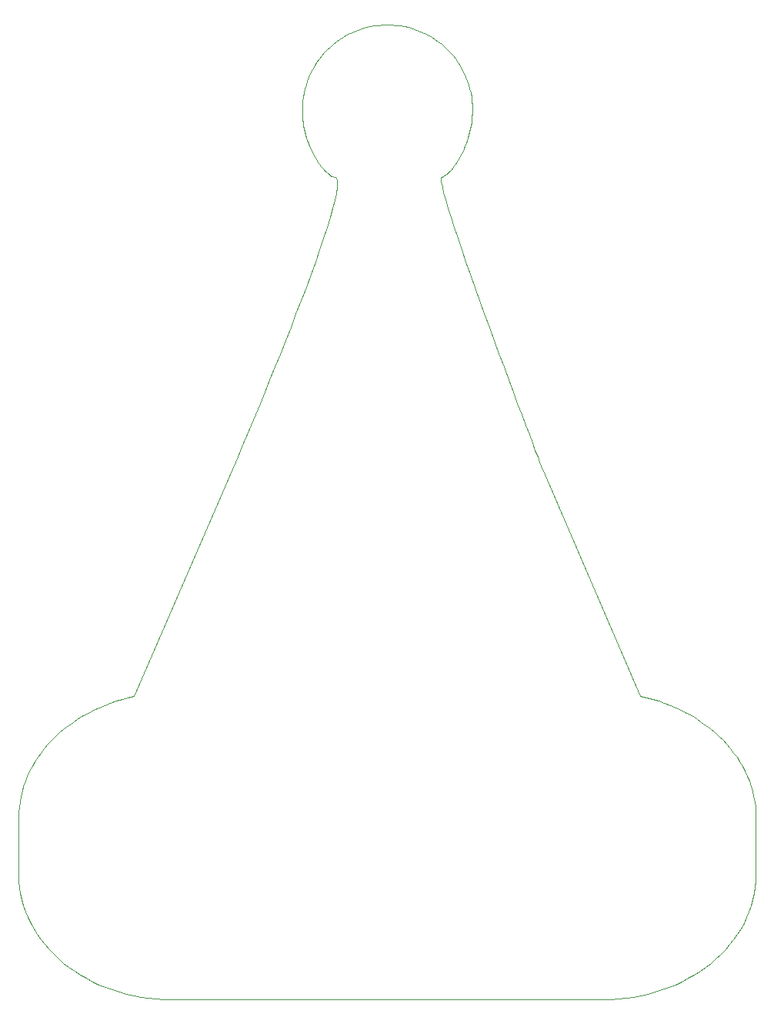
<source format=gbr>
%TF.GenerationSoftware,KiCad,Pcbnew,(6.0.8)*%
%TF.CreationDate,2022-12-11T00:01:36-05:00*%
%TF.ProjectId,Christmas Ornament 2022,43687269-7374-46d6-9173-204f726e616d,rev?*%
%TF.SameCoordinates,Original*%
%TF.FileFunction,Profile,NP*%
%FSLAX46Y46*%
G04 Gerber Fmt 4.6, Leading zero omitted, Abs format (unit mm)*
G04 Created by KiCad (PCBNEW (6.0.8)) date 2022-12-11 00:01:36*
%MOMM*%
%LPD*%
G01*
G04 APERTURE LIST*
%ADD10C,0.007000*%
G04 APERTURE END LIST*
D10*
X204241400Y-131863447D02*
X204225620Y-131262055D01*
X204178714Y-130667328D01*
X204101325Y-130079787D01*
X203994101Y-129499950D01*
X203857686Y-128928336D01*
X203692726Y-128365464D01*
X203499868Y-127811853D01*
X203279756Y-127268023D01*
X203033036Y-126734493D01*
X202760355Y-126211781D01*
X202462358Y-125700408D01*
X202139691Y-125200891D01*
X201792999Y-124713750D01*
X201422928Y-124239505D01*
X201030124Y-123778675D01*
X200615233Y-123331778D01*
X200178900Y-122899333D01*
X199721771Y-122481860D01*
X199244491Y-122079879D01*
X198747708Y-121693907D01*
X198232065Y-121324465D01*
X197698210Y-120972071D01*
X197146787Y-120637245D01*
X196578443Y-120320505D01*
X195993823Y-120022371D01*
X195393573Y-119743361D01*
X194778338Y-119483996D01*
X194148765Y-119244794D01*
X193505498Y-119026274D01*
X192849185Y-118828956D01*
X192180470Y-118653358D01*
X191500000Y-118500000D01*
X204241400Y-138068666D02*
X204241400Y-131863447D01*
X187341765Y-151870521D02*
X188211424Y-151852562D01*
X189069666Y-151799263D01*
X189915429Y-151711492D01*
X190747652Y-151590115D01*
X191565271Y-151436001D01*
X192367227Y-151250015D01*
X193152456Y-151033026D01*
X193919896Y-150785901D01*
X194668488Y-150509506D01*
X195397167Y-150204709D01*
X196104873Y-149872377D01*
X196790544Y-149513377D01*
X197453118Y-149128577D01*
X198091533Y-148718844D01*
X198704727Y-148285045D01*
X199291639Y-147828046D01*
X199851207Y-147348716D01*
X200382368Y-146847922D01*
X200884062Y-146326530D01*
X201355227Y-145785409D01*
X201794800Y-145225424D01*
X202201720Y-144647444D01*
X202574925Y-144052335D01*
X202913353Y-143440965D01*
X203215942Y-142814201D01*
X203481632Y-142172911D01*
X203709359Y-141517960D01*
X203898062Y-140850217D01*
X204046679Y-140170549D01*
X204154149Y-139479823D01*
X204219410Y-138778906D01*
X204241400Y-138068666D01*
X140002771Y-151870521D02*
X187341765Y-151870521D01*
X123103136Y-138068666D02*
X123125125Y-138778906D01*
X123190386Y-139479823D01*
X123297856Y-140170549D01*
X123446473Y-140850217D01*
X123635176Y-141517960D01*
X123862903Y-142172911D01*
X124128593Y-142814201D01*
X124431182Y-143440965D01*
X124769611Y-144052335D01*
X125142816Y-144647444D01*
X125549736Y-145225424D01*
X125989309Y-145785409D01*
X126460473Y-146326530D01*
X126962167Y-146847922D01*
X127493329Y-147348716D01*
X128052897Y-147828046D01*
X128639809Y-148285045D01*
X129253003Y-148718844D01*
X129891418Y-149128577D01*
X130553992Y-149513377D01*
X131239663Y-149872377D01*
X131947369Y-150204709D01*
X132676048Y-150509506D01*
X133424639Y-150785901D01*
X134192080Y-151033026D01*
X134977309Y-151250015D01*
X135779264Y-151436001D01*
X136596884Y-151590115D01*
X137429106Y-151711492D01*
X138274869Y-151799263D01*
X139133111Y-151852562D01*
X140002771Y-151870521D01*
X123103136Y-131863447D02*
X123103136Y-138068666D01*
X135844538Y-118500000D02*
X135164067Y-118653358D01*
X134495352Y-118828956D01*
X133839038Y-119026274D01*
X133195772Y-119244794D01*
X132566199Y-119483996D01*
X131950964Y-119743361D01*
X131350713Y-120022371D01*
X130766093Y-120320505D01*
X130197749Y-120637245D01*
X129646326Y-120972071D01*
X129112471Y-121324465D01*
X128596828Y-121693907D01*
X128100044Y-122079879D01*
X127622765Y-122481860D01*
X127165636Y-122899333D01*
X126729303Y-123331778D01*
X126314412Y-123778675D01*
X125921608Y-124239505D01*
X125551537Y-124713750D01*
X125204845Y-125200891D01*
X124882177Y-125700408D01*
X124584180Y-126211781D01*
X124311499Y-126734493D01*
X124064780Y-127268023D01*
X123844668Y-127811853D01*
X123651809Y-128365464D01*
X123486849Y-128928336D01*
X123350434Y-129499950D01*
X123243210Y-130079787D01*
X123165821Y-130667328D01*
X123118915Y-131262055D01*
X123103136Y-131863447D01*
X146623282Y-93524179D02*
X135844538Y-118500000D01*
X157975000Y-61450000D02*
X158117197Y-61644837D01*
X158174851Y-62002809D01*
X158153211Y-62512811D01*
X158057524Y-63163741D01*
X157893039Y-63944493D01*
X157665003Y-64843965D01*
X157378666Y-65851051D01*
X157039276Y-66954649D01*
X156652080Y-68143654D01*
X156222327Y-69406962D01*
X155755265Y-70733470D01*
X155256143Y-72112073D01*
X154730208Y-73531668D01*
X154182710Y-74981151D01*
X153618895Y-76449417D01*
X153044014Y-77925364D01*
X152463312Y-79397886D01*
X151882040Y-80855880D01*
X151305445Y-82288243D01*
X150738775Y-83683870D01*
X150187279Y-85031657D01*
X149656205Y-86320500D01*
X149150800Y-87539296D01*
X148676315Y-88676941D01*
X148237996Y-89722330D01*
X147841092Y-90664360D01*
X147490851Y-91491927D01*
X147192521Y-92193927D01*
X146951351Y-92759256D01*
X146772589Y-93176811D01*
X146661483Y-93435486D01*
X146623282Y-93524179D01*
X154306272Y-54020069D02*
X154312994Y-54379675D01*
X154332756Y-54735624D01*
X154364951Y-55087459D01*
X154408970Y-55434724D01*
X154464206Y-55776962D01*
X154530050Y-56113718D01*
X154605897Y-56444534D01*
X154691137Y-56768955D01*
X154785163Y-57086523D01*
X154887367Y-57396784D01*
X154997142Y-57699281D01*
X155113879Y-57993557D01*
X155236972Y-58279155D01*
X155365813Y-58555621D01*
X155499793Y-58822496D01*
X155638306Y-59079326D01*
X155780743Y-59325654D01*
X155926496Y-59561022D01*
X156074959Y-59784976D01*
X156225523Y-59997059D01*
X156377581Y-60196814D01*
X156530525Y-60383786D01*
X156683747Y-60557517D01*
X156836640Y-60717552D01*
X156988595Y-60863434D01*
X157139006Y-60994707D01*
X157287264Y-61110914D01*
X157432763Y-61211600D01*
X157574893Y-61296308D01*
X157713048Y-61364581D01*
X157846619Y-61415964D01*
X157975000Y-61450000D01*
X163672268Y-44654073D02*
X163190293Y-44666259D01*
X162714646Y-44702428D01*
X162245915Y-44761990D01*
X161784689Y-44844356D01*
X161331554Y-44948938D01*
X160887102Y-45075148D01*
X160451918Y-45222397D01*
X160026593Y-45390097D01*
X159611715Y-45577659D01*
X159207871Y-45784495D01*
X158815652Y-46010016D01*
X158435644Y-46253634D01*
X158068437Y-46514760D01*
X157714618Y-46792806D01*
X157374778Y-47087184D01*
X157049503Y-47397304D01*
X156739383Y-47722579D01*
X156445005Y-48062420D01*
X156166959Y-48416238D01*
X155905833Y-48783445D01*
X155662215Y-49163453D01*
X155436694Y-49555673D01*
X155229858Y-49959516D01*
X155042296Y-50374395D01*
X154874596Y-50799720D01*
X154727347Y-51234903D01*
X154601137Y-51679356D01*
X154496555Y-52132490D01*
X154414188Y-52593717D01*
X154354627Y-53062448D01*
X154318458Y-53538094D01*
X154306272Y-54020069D01*
X173038266Y-54020068D02*
X173026079Y-53538094D01*
X172989910Y-53062447D01*
X172930348Y-52593716D01*
X172847982Y-52132489D01*
X172743400Y-51679355D01*
X172617190Y-51234902D01*
X172469941Y-50799719D01*
X172302241Y-50374394D01*
X172114679Y-49959516D01*
X171907843Y-49555672D01*
X171682322Y-49163453D01*
X171438704Y-48783445D01*
X171177578Y-48416238D01*
X170899531Y-48062420D01*
X170605154Y-47722579D01*
X170295034Y-47397304D01*
X169969759Y-47087184D01*
X169629918Y-46792806D01*
X169276100Y-46514760D01*
X168908892Y-46253634D01*
X168528884Y-46010016D01*
X168136665Y-45784495D01*
X167732821Y-45577659D01*
X167317943Y-45390097D01*
X166892617Y-45222397D01*
X166457434Y-45075148D01*
X166012981Y-44948938D01*
X165559847Y-44844356D01*
X165098620Y-44761990D01*
X164629889Y-44702428D01*
X164154242Y-44666259D01*
X163672268Y-44654073D01*
X169600000Y-61425000D02*
X169707442Y-61393258D01*
X169821384Y-61344026D01*
X169941175Y-61277765D01*
X170066166Y-61194935D01*
X170195706Y-61095997D01*
X170329145Y-60981413D01*
X170465834Y-60851643D01*
X170605123Y-60707148D01*
X170746362Y-60548388D01*
X170888900Y-60375825D01*
X171032089Y-60189920D01*
X171175278Y-59991134D01*
X171317818Y-59779927D01*
X171459057Y-59556760D01*
X171598348Y-59322095D01*
X171735039Y-59076391D01*
X171868480Y-58820111D01*
X171998023Y-58553714D01*
X172123016Y-58277662D01*
X172242811Y-57992416D01*
X172356756Y-57698437D01*
X172464203Y-57396184D01*
X172564501Y-57086121D01*
X172657001Y-56768706D01*
X172741053Y-56444401D01*
X172816006Y-56113668D01*
X172881210Y-55776966D01*
X172936017Y-55434757D01*
X172979776Y-55087502D01*
X173011837Y-54735662D01*
X173031550Y-54379696D01*
X173038266Y-54020068D01*
X180721255Y-93524179D02*
X180687365Y-93435290D01*
X180588667Y-93176049D01*
X180429619Y-92757593D01*
X180214677Y-92191059D01*
X179948299Y-91487585D01*
X179634942Y-90658306D01*
X179279064Y-89714360D01*
X178885121Y-88666885D01*
X178457571Y-87527017D01*
X178000871Y-86305894D01*
X177519478Y-85014652D01*
X177017850Y-83664429D01*
X176500443Y-82266361D01*
X175971716Y-80831586D01*
X175436125Y-79371242D01*
X174898127Y-77896464D01*
X174362180Y-76418390D01*
X173832741Y-74948158D01*
X173314268Y-73496904D01*
X172811217Y-72075765D01*
X172328046Y-70695879D01*
X171869211Y-69368382D01*
X171439172Y-68104412D01*
X171042383Y-66915106D01*
X170683303Y-65811600D01*
X170366390Y-64805032D01*
X170096099Y-63906540D01*
X169876889Y-63127259D01*
X169713217Y-62478328D01*
X169609540Y-61970883D01*
X169570315Y-61616061D01*
X169600000Y-61425000D01*
X191500000Y-118500000D02*
X180721255Y-93524179D01*
M02*

</source>
